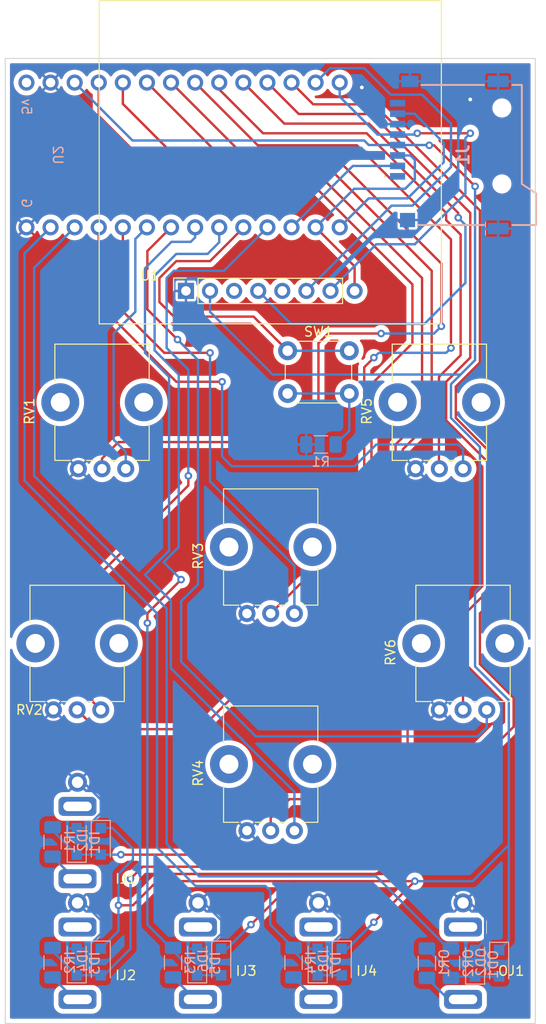
<source format=kicad_pcb>
(kicad_pcb (version 20211014) (generator pcbnew)
  (layers (0 "F.Cu" signal) (31 "B.Cu" signal) (34 "B.Paste" user) (35 "F.Paste" user) (36 "B.SilkS" user "B.Silkscreen") (37 "F.SilkS" user "F.Silkscreen") (38 "B.Mask" user) (39 "F.Mask" user) (44 "Edge.Cuts" user))
  (net 0 "")
  (net 1 "/T16")
  (net 2 "GND")
  (net 3 "+3.3V")
  (net 4 "/T15")
  (net 5 "/T7")
  (net 6 "/T0")
  (net 7 "/Warp_Mod_Input/Switch")
  (net 8 "Net-(IJ1-PadT)")
  (net 9 "/VOCT_Input/Switch")
  (net 10 "Net-(IJ2-PadT)")
  (net 11 "/FM_Mod_Input/Switch")
  (net 12 "Net-(IJ3-PadT)")
  (net 13 "/Position_Mod_Input/Switch")
  (net 15 "/T10")
  (net 16 "/T11")
  (net 17 "/T13")
  (net 18 "/T12")
  (net 20 "/Channel_1_Mod_Output/Switch")
  (net 21 "/T1")
  (net 22 "Net-(R1-Pad2)")
  (net 23 "/T4")
  (net 24 "/T20")
  (net 25 "/T9")
  (net 26 "/T23")
  (net 27 "/T3")
  (net 28 "/T19")
  (net 29 "/T6")
  (net 30 "/T22")
  (net 31 "/T2")
  (net 32 "/T18")
  (net 33 "/T5")
  (net 34 "/T21")
  (net 35 "/T8")
  (net 36 "/T14")
  (net 38 "/T17")
  (net 39 "+5V")
  (net 40 "Net-(IJ4-PadT)")
  (net 41 "Net-(OD1-Pad1)")
  (net 42 "Net-(OJ1-PadT)")
  (footprint "Misc:1.5_inch_Oled" (layer "F.Cu") (at 91.44 99.06)
    (fp_text reference "U1")
    (fp_text value "SPI_Oled")
  )
  (footprint "Perfboard:3.5mm Jack Perfboard" (layer "F.Cu") (at 96.52 165.1)
    (fp_text reference "IJ4")
    (fp_text value "Input")
  )
  (footprint "Potentiometer:Bourns_PTV09A-4020UB103" (layer "F.Cu") (at 91.44 152.4)
    (fp_text reference "RV4")
    (fp_text value "FM_Scale_Pot")
  )
  (footprint "Potentiometer:Bourns_PTV09A-4025FB103" (layer "F.Cu") (at 73.66 114.3)
    (fp_text reference "RV1")
    (fp_text value "Warp_Offset_Pot")
  )
  (footprint "Perfboard:3.5mm Jack Perfboard" (layer "F.Cu") (at 111.76 165.1)
    (fp_text reference "OJ1")
    (fp_text value "Input")
  )
  (footprint "Potentiometer:Bourns_PTV09A-4025FB103" (layer "F.Cu") (at 91.44 129.54)
    (fp_text reference "RV3")
    (fp_text value "Frequency_Offset_Pot")
  )
  (footprint "Perfboard:3.5mm Jack Perfboard" (layer "F.Cu") (at 71.12 165.1)
    (fp_text reference "IJ2")
    (fp_text value "Input")
  )
  (footprint "Potentiometer:Bourns_PTV09A-4025FB103" (layer "F.Cu") (at 109.22 114.3)
    (fp_text reference "RV5")
    (fp_text value "Position_Offset_Pot")
  )
  (footprint "Perfboard:3.5mm Jack Perfboard" (layer "F.Cu") (at 71.12 152.4)
    (fp_text reference "IJ1")
    (fp_text value "Input")
  )
  (footprint "Perfboard:3.5mm Jack Perfboard" (layer "F.Cu") (at 83.82 165.1)
    (fp_text reference "IJ3")
    (fp_text value "Input")
  )
  (footprint "Button_Switch_THT:SW_PUSH_6mm_H13mm" (layer "F.Cu") (at 93.27 101.89)
    (fp_text reference "SW1")
    (fp_text value "Next_File_Button")
  )
  (footprint "Potentiometer:Bourns_PTV09A-4020UB103" (layer "F.Cu") (at 71.035 139.685)
    (fp_text reference "RV2")
    (fp_text value "Warp_Scale_Pot")
  )
  (footprint "Potentiometer:Bourns_PTV09A-4020UB103" (layer "F.Cu") (at 111.715 139.685)
    (fp_text reference "RV6")
    (fp_text value "Position_Scale_Pot")
  )
  (footprint "Diode_SMD:D_SOD-123F" (layer "B.Cu") (at 71.034 153.54 90)
    (fp_text reference "ID1")
    (fp_text value "240mV")
  )
  (footprint "Resistor_SMD:R_1206_3216Metric_Pad1.30x1.75mm_HandSolder" (layer "B.Cu") (at 96.774 111.76)
    (fp_text reference "R1")
    (fp_text value "10k")
  )
  (footprint "Resistor_SMD:R_1206_3216Metric_Pad1.30x1.75mm_HandSolder" (layer "B.Cu") (at 93.894 166.307 90)
    (fp_text reference "IR4")
    (fp_text value "1k")
  )
  (footprint "Diode_SMD:D_SOD-123F" (layer "B.Cu") (at 86.274 166.24 -90)
    (fp_text reference "ID6")
    (fp_text value "240mV")
  )
  (footprint "Misc:MSD4A" (layer "B.Cu") (at 111.76 81.28 -90)
    (fp_text reference "J1")
    (fp_text value "Micro_SD_Card" hide)
  )
  (footprint "Diode_SMD:D_SOD-123F" (layer "B.Cu") (at 71.034 166.24 90)
    (fp_text reference "ID3")
    (fp_text value "240mV")
  )
  (footprint "Diode_SMD:D_SOD-123F" (layer "B.Cu") (at 113.03 166.37 90)
    (fp_text reference "OD1")
    (fp_text value "240mV")
  )
  (footprint "Diode_SMD:D_SOD-123F" (layer "B.Cu") (at 73.574 166.24 -90)
    (fp_text reference "ID4")
    (fp_text value "240mV")
  )
  (footprint "Diode_SMD:D_SOD-123F" (layer "B.Cu") (at 115.57 166.37 -90)
    (fp_text reference "OD2")
    (fp_text value "240mV")
  )
  (footprint "Resistor_SMD:R_1206_3216Metric_Pad1.30x1.75mm_HandSolder" (layer "B.Cu") (at 110.49 166.37 90)
    (fp_text reference "OR2")
    (fp_text value "900")
  )
  (footprint "Resistor_SMD:R_1206_3216Metric_Pad1.30x1.75mm_HandSolder" (layer "B.Cu") (at 107.95 166.37 90)
    (fp_text reference "OR1")
    (fp_text value "100")
  )
  (footprint "Diode_SMD:D_SOD-123F" (layer "B.Cu") (at 83.734 166.24 90)
    (fp_text reference "ID5")
    (fp_text value "240mV")
  )
  (footprint "Resistor_SMD:R_1206_3216Metric_Pad1.30x1.75mm_HandSolder" (layer "B.Cu") (at 68.494 166.307 90)
    (fp_text reference "IR2")
    (fp_text value "1k")
  )
  (footprint "Resistor_SMD:R_1206_3216Metric_Pad1.30x1.75mm_HandSolder" (layer "B.Cu") (at 81.194 166.307 90)
    (fp_text reference "IR3")
    (fp_text value "1k")
  )
  (footprint "Diode_SMD:D_SOD-123F" (layer "B.Cu") (at 98.974 166.24 -90)
    (fp_text reference "ID8")
    (fp_text value "240mV")
  )
  (footprint "Diode_SMD:D_SOD-123F" (layer "B.Cu") (at 96.434 166.24 90)
    (fp_text reference "ID7")
    (fp_text value "240mV")
  )
  (footprint "Diode_SMD:D_SOD-123F" (layer "B.Cu") (at 73.574 153.54 -90)
    (fp_text reference "ID2")
    (fp_text value "240mV")
  )
  (footprint "Resistor_SMD:R_1206_3216Metric_Pad1.30x1.75mm_HandSolder" (layer "B.Cu") (at 68.494 153.607 90)
    (fp_text reference "IR1")
    (fp_text value "1k")
  )
  (footprint "Teensy:Teensy 4.0 horizontal" (layer "B.Cu") (at 63.2 81.28 90)
    (fp_text reference "U2")
    (fp_text value "Teensy4.0")
  )
  (gr_rect (start 63.5 172.72) (end 119.38 71.12) (layer "Edge.Cuts") (width 0.1) (fill none))
  (segment (start 94.442 76.962) (end 91.14 73.66) (width 0.25) (layer "F.Cu") (net 1))
  (segment (start 75.692 154.94) (end 102.108 154.94) (width 0.25) (layer "F.Cu") (net 1))
  (segment (start 109.982 105.156) (end 112.522 102.616) (width 0.25) (layer "F.Cu") (net 1))
  (segment (start 116.078 140.97) (end 116.078 138.938) (width 0.25) (layer "F.Cu") (net 1))
  (segment (start 112.014 134.874) (end 112.014 129.54) (width 0.25) (layer "F.Cu") (net 1))
  (segment (start 102.108 76.962) (end 94.442 76.962) (width 0.25) (layer "F.Cu") (net 1))
  (segment (start 116.078 138.938) (end 112.014 134.874) (width 0.25) (layer "F.Cu") (net 1))
  (segment (start 112.522 87.376) (end 102.108 76.962) (width 0.25) (layer "F.Cu") (net 1))
  (segment (start 114.554 113.792) (end 109.982 109.22) (width 0.25) (layer "F.Cu") (net 1))
  (segment (start 114.554 127) (end 114.554 113.792) (width 0.25) (layer "F.Cu") (net 1))
  (segment (start 112.522 102.616) (end 112.522 87.376) (width 0.25) (layer "F.Cu") (net 1))
  (segment (start 112.014 129.54) (end 114.554 127) (width 0.25) (layer "F.Cu") (net 1))
  (segment (start 109.982 109.22) (end 109.982 105.156) (width 0.25) (layer "F.Cu") (net 1))
  (segment (start 102.108 154.94) (end 116.078 140.97) (width 0.25) (layer "F.Cu") (net 1))
  (via (at 75.692 154.94) (size 0.8) (drill 0.4) (layers "F.Cu" "B.Cu") (net 1))
  (segment (start 68.494 152.4) (end 71.034 154.94) (width 0.25) (layer "B.Cu") (net 1))
  (segment (start 71.034 154.94) (end 73.574 154.94) (width 0.25) (layer "B.Cu") (net 1))
  (segment (start 68.494 152.057) (end 68.494 152.4) (width 0.25) (layer "B.Cu") (net 1))
  (segment (start 73.574 154.94) (end 75.692 154.94) (width 0.25) (layer "B.Cu") (net 1))
  (via (at 101.092 74.168) (size 0.8) (drill 0.4) (layers "F.Cu" "B.Cu") (net 2))
  (via (at 112.522 75.438) (size 0.8) (drill 0.4) (layers "F.Cu" "B.Cu") (net 2))
  (segment (start 97.146726 160.02) (end 96.52 160.02) (width 0.25) (layer "B.Cu") (net 2))
  (segment (start 83.734 164.84) (end 84.706726 164.84) (width 0.25) (layer "B.Cu") (net 2))
  (segment (start 112.522 160.02) (end 111.76 160.02) (width 0.25) (layer "B.Cu") (net 2))
  (segment (start 86.274 163.272726) (end 86.274 161.847274) (width 0.25) (layer "B.Cu") (net 2))
  (segment (start 84.446726 160.02) (end 83.82 160.02) (width 0.25) (layer "B.Cu") (net 2))
  (segment (start 97.406726 164.84) (end 98.974 163.272726) (width 0.25) (layer "B.Cu") (net 2))
  (segment (start 71.746726 147.32) (end 71.12 147.32) (width 0.25) (layer "B.Cu") (net 2))
  (segment (start 114.085 163.915) (end 114.085 161.583) (width 0.25) (layer "B.Cu") (net 2))
  (segment (start 72.006726 152.14) (end 73.574 150.572726) (width 0.25) (layer "B.Cu") (net 2))
  (segment (start 72.006726 164.84) (end 73.574 163.272726) (width 0.25) (layer "B.Cu") (net 2))
  (segment (start 113.03 164.97) (end 114.085 163.915) (width 0.25) (layer "B.Cu") (net 2))
  (segment (start 98.974 163.272726) (end 98.974 161.847274) (width 0.25) (layer "B.Cu") (net 2))
  (segment (start 98.974 161.847274) (end 97.146726 160.02) (width 0.25) (layer "B.Cu") (net 2))
  (segment (start 73.574 161.847274) (end 71.746726 160.02) (width 0.25) (layer "B.Cu") (net 2))
  (segment (start 96.434 164.84) (end 97.406726 164.84) (width 0.25) (layer "B.Cu") (net 2))
  (segment (start 73.574 149.147274) (end 71.746726 147.32) (width 0.25) (layer "B.Cu") (net 2))
  (segment (start 84.706726 164.84) (end 86.274 163.272726) (width 0.25) (layer "B.Cu") (net 2))
  (segment (start 73.574 150.572726) (end 73.574 149.147274) (width 0.25) (layer "B.Cu") (net 2))
  (segment (start 86.274 161.847274) (end 84.446726 160.02) (width 0.25) (layer "B.Cu") (net 2))
  (segment (start 71.746726 160.02) (end 71.12 160.02) (width 0.25) (layer "B.Cu") (net 2))
  (segment (start 71.034 152.14) (end 72.006726 152.14) (width 0.25) (layer "B.Cu") (net 2))
  (segment (start 114.085 161.583) (end 112.522 160.02) (width 0.25) (layer "B.Cu") (net 2))
  (segment (start 73.574 163.272726) (end 73.574 161.847274) (width 0.25) (layer "B.Cu") (net 2))
  (segment (start 71.034 164.84) (end 72.006726 164.84) (width 0.25) (layer "B.Cu") (net 2))
  (segment (start 93.98 157.734) (end 89.408 162.306) (width 0.25) (layer "F.Cu") (net 3))
  (segment (start 93.472 157.734) (end 79.502 157.734) (width 0.25) (layer "F.Cu") (net 3))
  (segment (start 108.204 80.264) (end 108.712 80.264) (width 0.25) (layer "F.Cu") (net 3))
  (segment (start 106.68 157.734) (end 93.472 157.734) (width 0.25) (layer "F.Cu") (net 3))
  (segment (start 106.68 157.734) (end 102.362 162.052) (width 0.25) (layer "F.Cu") (net 3))
  (segment (start 76.962 160.274) (end 75.438 160.274) (width 0.25) (layer "F.Cu") (net 3))
  (segment (start 108.712 80.264) (end 113.03 84.582) (width 0.25) (layer "F.Cu") (net 3))
  (segment (start 79.502 157.734) (end 76.962 160.274) (width 0.25) (layer "F.Cu") (net 3))
  (via (at 75.438 160.274) (size 0.8) (drill 0.4) (layers "F.Cu" "B.Cu") (net 3))
  (via (at 102.362 162.052) (size 0.8) (drill 0.4) (layers "F.Cu" "B.Cu") (net 3))
  (via (at 89.408 162.306) (size 0.8) (drill 0.4) (layers "F.Cu" "B.Cu") (net 3))
  (via (at 113.03 84.582) (size 0.8) (drill 0.4) (layers "F.Cu" "B.Cu") (net 3))
  (via (at 106.68 157.734) (size 0.8) (drill 0.4) (layers "F.Cu" "B.Cu") (net 3))
  (via (at 108.204 80.264) (size 0.8) (drill 0.4) (layers "F.Cu" "B.Cu") (net 3))
  (segment (start 101.82 80.23) (end 104.86 80.23) (width 0.25) (layer "B.Cu") (net 3))
  (segment (start 76.962 155.448) (end 75.438 156.972) (width 0.25) (layer "B.Cu") (net 3))
  (segment (start 75.438 156.972) (end 75.438 162.976) (width 0.25) (layer "B.Cu") (net 3))
  (segment (start 99.574 164.84) (end 98.974 164.84) (width 0.25) (layer "B.Cu") (net 3))
  (segment (start 75.438 162.976) (end 73.574 164.84) (width 0.25) (layer "B.Cu") (net 3))
  (segment (start 102.362 162.052) (end 99.574 164.84) (width 0.25) (layer "B.Cu") (net 3))
  (segment (start 113.538 126.746) (end 113.03 127.254) (width 0.25) (layer "B.Cu") (net 3))
  (segment (start 113.03 127.254) (end 113.03 135.128) (width 0.25) (layer "B.Cu") (net 3))
  (segment (start 91.694 104.394) (end 85.09 97.79) (width 0.25) (layer "B.Cu") (net 3))
  (segment (start 86.274 164.84) (end 86.874 164.84) (width 0.25) (layer "B.Cu") (net 3))
  (segment (start 108.17 80.23) (end 108.204 80.264) (width 0.25) (layer "B.Cu") (net 3))
  (segment (start 76.916 79.756) (end 101.346 79.756) (width 0.25) (layer "B.Cu") (net 3))
  (segment (start 113.03 102.87) (end 111.506 104.394) (width 0.25) (layer "B.Cu") (net 3))
  (segment (start 113.538 112.014) (end 113.538 126.746) (width 0.25) (layer "B.Cu") (net 3))
  (segment (start 116.586 153.924) (end 116.586 163.954) (width 0.25) (layer "B.Cu") (net 3))
  (segment (start 74.801653 152.14) (end 76.962 154.300347) (width 0.25) (layer "B.Cu") (net 3))
  (segment (start 111.506 104.394) (end 110.49 105.41) (width 0.25) (layer "B.Cu") (net 3))
  (segment (start 112.776 157.734) (end 116.586 153.924) (width 0.25) (layer "B.Cu") (net 3))
  (segment (start 85.09 97.79) (end 85.09 95.591) (width 0.25) (layer "B.Cu") (net 3))
  (segment (start 111.506 104.394) (end 91.694 104.394) (width 0.25) (layer "B.Cu") (net 3))
  (segment (start 113.03 84.582) (end 113.03 102.87) (width 0.25) (layer "B.Cu") (net 3))
  (segment (start 110.49 105.41) (end 110.49 108.966) (width 0.25) (layer "B.Cu") (net 3))
  (segment (start 106.68 157.734) (end 112.776 157.734) (width 0.25) (layer "B.Cu") (net 3))
  (segment (start 104.86 80.23) (end 108.17 80.23) (width 0.25) (layer "B.Cu") (net 3))
  (segment (start 116.586 138.684) (end 116.586 153.924) (width 0.25) (layer "B.Cu") (net 3))
  (segment (start 76.962 154.300347) (end 76.962 155.448) (width 0.25) (layer "B.Cu") (net 3))
  (segment (start 110.49 108.966) (end 113.538 112.014) (width 0.25) (layer "B.Cu") (net 3))
  (segment (start 70.82 73.66) (end 76.916 79.756) (width 0.25) (layer "B.Cu") (net 3))
  (segment (start 101.346 79.756) (end 101.82 80.23) (width 0.25) (layer "B.Cu") (net 3))
  (segment (start 86.874 164.84) (end 89.408 162.306) (width 0.25) (layer "B.Cu") (net 3))
  (segment (start 73.574 152.14) (end 74.801653 152.14) (width 0.25) (layer "B.Cu") (net 3))
  (segment (start 116.586 163.954) (end 115.57 164.97) (width 0.25) (layer "B.Cu") (net 3))
  (segment (start 113.03 135.128) (end 116.586 138.684) (width 0.25) (layer "B.Cu") (net 3))
  (segment (start 102.362 75.946) (end 95.966 75.946) (width 0.25) (layer "F.Cu") (net 4))
  (segment (start 113.538 87.122) (end 102.362 75.946) (width 0.25) (layer "F.Cu") (net 4))
  (segment (start 76.708 157.48) (end 77.978 156.21) (width 0.25) (layer "F.Cu") (net 4))
  (segment (start 77.978 156.21) (end 102.362 156.21) (width 0.25) (layer "F.Cu") (net 4))
  (segment (start 110.998 105.664) (end 113.538 103.124) (width 0.25) (layer "F.Cu") (net 4))
  (segment (start 95.966 75.946) (end 93.68 73.66) (width 0.25) (layer "F.Cu") (net 4))
  (segment (start 115.57 127.508) (end 115.57 113.538) (width 0.25) (layer "F.Cu") (net 4))
  (segment (start 110.998 108.966) (end 110.998 105.664) (width 0.25) (layer "F.Cu") (net 4))
  (segment (start 113.538 134.874) (end 113.538 129.54) (width 0.25) (layer "F.Cu") (net 4))
  (segment (start 113.538 129.54) (end 115.57 127.508) (width 0.25) (layer "F.Cu") (net 4))
  (segment (start 115.57 113.538) (end 110.998 108.966) (width 0.25) (layer "F.Cu") (net 4))
  (segment (start 117.094 141.478) (end 117.094 138.43) (width 0.25) (layer "F.Cu") (net 4))
  (segment (start 113.538 103.124) (end 113.538 87.122) (width 0.25) (layer "F.Cu") (net 4))
  (segment (start 117.094 138.43) (end 113.538 134.874) (width 0.25) (layer "F.Cu") (net 4))
  (segment (start 102.362 156.21) (end 117.094 141.478) (width 0.25) (layer "F.Cu") (net 4))
  (via (at 76.708 157.48) (size 0.8) (drill 0.4) (layers "F.Cu" "B.Cu") (net 4))
  (segment (start 71.034 167.64) (end 73.574 167.64) (width 0.25) (layer "B.Cu") (net 4))
  (segment (start 76.708 164.846) (end 73.914 167.64) (width 0.25) (layer "B.Cu") (net 4))
  (segment (start 68.494 165.1) (end 71.034 167.64) (width 0.25) (layer "B.Cu") (net 4))
  (segment (start 73.914 167.64) (end 73.574 167.64) (width 0.25) (layer "B.Cu") (net 4))
  (segment (start 68.494 164.757) (end 68.494 165.1) (width 0.25) (layer "B.Cu") (net 4))
  (segment (start 76.708 157.48) (end 76.708 164.846) (width 0.25) (layer "B.Cu") (net 4))
  (segment (start 78.486 129.54) (end 82.042 125.984) (width 0.25) (layer "F.Cu") (net 5))
  (segment (start 78.486 130.556) (end 78.486 129.54) (width 0.25) (layer "F.Cu") (net 5))
  (via (at 82.042 125.984) (size 0.8) (drill 0.4) (layers "F.Cu" "B.Cu") (net 5))
  (via (at 78.486 130.556) (size 0.8) (drill 0.4) (layers "F.Cu" "B.Cu") (net 5))
  (segment (start 81.788 122.556396) (end 80.201198 124.143198) (width 0.25) (layer "B.Cu") (net 5))
  (segment (start 79.248 93.98) (end 79.248 101.854) (width 0.25) (layer "B.Cu") (net 5))
  (segment (start 81.534 91.694) (end 79.248 93.98) (width 0.25) (layer "B.Cu") (net 5))
  (segment (start 79.248 101.854) (end 81.788 104.394) (width 0.25) (layer "B.Cu") (net 5))
  (segment (start 86.06 90.47) (end 84.836 91.694) (width 0.25) (layer "B.Cu") (net 5))
  (segment (start 81.788 104.394) (end 81.788 122.556396) (width 0.25) (layer "B.Cu") (net 5))
  (segment (start 84.836 91.694) (end 81.534 91.694) (width 0.25) (layer "B.Cu") (net 5))
  (segment (start 80.201198 124.143198) (end 82.042 125.984) (width 0.25) (layer "B.Cu") (net 5))
  (segment (start 80.515 164.335) (end 80.772 164.335) (width 0.25) (layer "B.Cu") (net 5))
  (segment (start 78.486 162.306) (end 80.515 164.335) (width 0.25) (layer "B.Cu") (net 5))
  (segment (start 81.194 165.1) (end 83.734 167.64) (width 0.25) (layer "B.Cu") (net 5))
  (segment (start 85.829 88.9) (end 86.06 88.9) (width 0.25) (layer "B.Cu") (net 5))
  (segment (start 83.734 167.64) (end 86.274 167.64) (width 0.25) (layer "B.Cu") (net 5))
  (segment (start 86.06 88.9) (end 86.06 90.47) (width 0.25) (layer "B.Cu") (net 5))
  (segment (start 78.486 130.556) (end 78.486 162.306) (width 0.25) (layer "B.Cu") (net 5))
  (segment (start 80.772 164.335) (end 81.194 164.757) (width 0.25) (layer "B.Cu") (net 5))
  (segment (start 81.194 164.757) (end 81.194 165.1) (width 0.25) (layer "B.Cu") (net 5))
  (segment (start 83.566 158.242) (end 79.502 154.178) (width 0.25) (layer "B.Cu") (net 6))
  (segment (start 65.532 91.648) (end 68.28 88.9) (width 0.25) (layer "B.Cu") (net 6))
  (segment (start 65.532 115.57) (end 65.532 91.648) (width 0.25) (layer "B.Cu") (net 6))
  (segment (start 91.44 158.75) (end 90.932 158.242) (width 0.25) (layer "B.Cu") (net 6))
  (segment (start 79.502 154.178) (end 79.502 129.54) (width 0.25) (layer "B.Cu") (net 6))
  (segment (start 96.434 167.64) (end 98.974 167.64) (width 0.25) (layer "B.Cu") (net 6))
  (segment (start 90.932 158.242) (end 83.566 158.242) (width 0.25) (layer "B.Cu") (net 6))
  (segment (start 93.894 165.1) (end 96.434 167.64) (width 0.25) (layer "B.Cu") (net 6))
  (segment (start 79.502 129.54) (end 65.532 115.57) (width 0.25) (layer "B.Cu") (net 6))
  (segment (start 91.44 162.303) (end 91.44 158.75) (width 0.25) (layer "B.Cu") (net 6))
  (segment (start 93.894 164.757) (end 91.44 162.303) (width 0.25) (layer "B.Cu") (net 6))
  (segment (start 93.894 164.757) (end 93.894 165.1) (width 0.25) (layer "B.Cu") (net 6))
  (segment (start 71.12 157.48) (end 70.817 157.48) (width 0.25) (layer "F.Cu") (net 8))
  (segment (start 70.817 157.48) (end 68.494 155.157) (width 0.25) (layer "B.Cu") (net 8))
  (segment (start 71.12 157.48) (end 70.817 157.48) (width 0.25) (layer "B.Cu") (net 8))
  (segment (start 71.12 170.18) (end 70.817 170.18) (width 0.25) (layer "F.Cu") (net 10))
  (segment (start 70.817 170.18) (end 68.494 167.857) (width 0.25) (layer "B.Cu") (net 10))
  (segment (start 71.12 170.18) (end 70.817 170.18) (width 0.25) (layer "B.Cu") (net 10))
  (segment (start 83.82 170.18) (end 83.517 170.18) (width 0.25) (layer "F.Cu") (net 12))
  (segment (start 83.82 170.18) (end 83.517 170.18) (width 0.25) (layer "B.Cu") (net 12))
  (segment (start 83.517 170.18) (end 81.194 167.857) (width 0.25) (layer "B.Cu") (net 12))
  (segment (start 100.15 82.43) (end 93.68 88.9) (width 0.25) (layer "B.Cu") (net 15))
  (segment (start 104.86 82.43) (end 100.15 82.43) (width 0.25) (layer "B.Cu") (net 15))
  (segment (start 100.33 95.591) (end 100.33 93.01) (width 0.25) (layer "F.Cu") (net 16))
  (segment (start 100.33 93.01) (end 96.22 88.9) (width 0.25) (layer "F.Cu") (net 16))
  (segment (start 106.68 83.82) (end 105.664 84.836) (width 0.25) (layer "B.Cu") (net 16))
  (segment (start 100.284 84.836) (end 96.22 88.9) (width 0.25) (layer "B.Cu") (net 16))
  (segment (start 106.68 81.788) (end 106.68 83.82) (width 0.25) (layer "B.Cu") (net 16))
  (segment (start 105.664 84.836) (end 100.284 84.836) (width 0.25) (layer "B.Cu") (net 16))
  (segment (start 106.222 81.33) (end 106.68 81.788) (width 0.25) (layer "B.Cu") (net 16))
  (segment (start 104.86 81.33) (end 106.222 81.33) (width 0.25) (layer "B.Cu") (net 16))
  (segment (start 106.934 78.994) (end 112.522 78.994) (width 0.25) (layer "F.Cu") (net 17))
  (via (at 106.934 78.994) (size 0.8) (drill 0.4) (layers "F.Cu" "B.Cu") (net 17))
  (via (at 112.522 78.994) (size 0.8) (drill 0.4) (layers "F.Cu" "B.Cu") (net 17))
  (segment (start 102.734 79.13) (end 104.86 79.13) (width 0.25) (layer "B.Cu") (net 17))
  (segment (start 106.798 79.13) (end 104.86 79.13) (width 0.25) (layer "B.Cu") (net 17))
  (segment (start 97.79 95.504) (end 97.79 95.591) (width 0.25) (layer "B.Cu") (net 17))
  (segment (start 106.934 78.994) (end 106.798 79.13) (width 0.25) (layer "B.Cu") (net 17))
  (segment (start 112.014 79.502) (end 112.014 85.344) (width 0.25) (layer "B.Cu") (net 17))
  (segment (start 102.734 79.112) (end 98.76 75.138) (width 0.25) (layer "B.Cu") (net 17))
  (segment (start 98.76 75.138) (end 98.76 73.66) (width 0.25) (layer "B.Cu") (net 17))
  (segment (start 102.616 90.678) (end 97.79 95.504) (width 0.25) (layer "B.Cu") (net 17))
  (segment (start 106.68 90.678) (end 102.616 90.678) (width 0.25) (layer "B.Cu") (net 17))
  (segment (start 112.522 78.994) (end 112.014 79.502) (width 0.25) (layer "B.Cu") (net 17))
  (segment (start 102.734 79.13) (end 102.734 79.112) (width 0.25) (layer "B.Cu") (net 17))
  (segment (start 112.014 85.344) (end 106.68 90.678) (width 0.25) (layer "B.Cu") (net 17))
  (segment (start 106.648 76.93) (end 109.728 80.01) (width 0.25) (layer "B.Cu") (net 18))
  (segment (start 105.918 85.852) (end 101.808 85.852) (width 0.25) (layer "B.Cu") (net 18))
  (segment (start 109.728 80.01) (end 109.728 82.042) (width 0.25) (layer "B.Cu") (net 18))
  (segment (start 109.728 82.042) (end 105.918 85.852) (width 0.25) (layer "B.Cu") (net 18))
  (segment (start 101.808 85.852) (end 98.76 88.9) (width 0.25) (layer "B.Cu") (net 18))
  (segment (start 104.86 76.93) (end 106.648 76.93) (width 0.25) (layer "B.Cu") (net 18))
  (segment (start 110.21 164.82) (end 102.616 157.226) (width 0.25) (layer "B.Cu") (net 21))
  (segment (start 102.616 157.226) (end 83.947 157.226) (width 0.25) (layer "B.Cu") (net 21))
  (segment (start 66.548 115.062) (end 66.548 93.172) (width 0.25) (layer "B.Cu") (net 21))
  (segment (start 66.548 93.172) (end 70.82 88.9) (width 0.25) (layer "B.Cu") (net 21))
  (segment (start 110.49 164.82) (end 110.21 164.82) (width 0.25) (layer "B.Cu") (net 21))
  (segment (start 83.947 157.226) (end 80.518 153.797) (width 0.25) (layer "B.Cu") (net 21))
  (segment (start 80.518 129.032) (end 66.548 115.062) (width 0.25) (layer "B.Cu") (net 21))
  (segment (start 80.518 153.797) (end 80.518 129.032) (width 0.25) (layer "B.Cu") (net 21))
  (segment (start 93.27 106.39) (end 99.77 106.39) (width 0.25) (layer "B.Cu") (net 22))
  (segment (start 99.77 106.39) (end 99.77 110.314) (width 0.25) (layer "B.Cu") (net 22))
  (segment (start 99.77 110.314) (end 98.324 111.76) (width 0.25) (layer "B.Cu") (net 22))
  (segment (start 74.93 100.076) (end 77.216 97.79) (width 0.25) (layer "B.Cu") (net 23))
  (segment (start 74.93 111.252) (end 74.93 100.076) (width 0.25) (layer "B.Cu") (net 23))
  (segment (start 76.205 112.527) (end 74.93 111.252) (width 0.25) (layer "B.Cu") (net 23))
  (segment (start 77.216 97.79) (end 77.216 90.124) (width 0.25) (layer "B.Cu") (net 23))
  (segment (start 76.205 114.315) (end 76.205 112.527) (width 0.25) (layer "B.Cu") (net 23))
  (segment (start 77.216 90.124) (end 78.44 88.9) (width 0.25) (layer "B.Cu") (net 23))
  (segment (start 97.536 100.076) (end 96.52 101.092) (width 0.25) (layer "F.Cu") (net 24))
  (segment (start 88.6 81.28) (end 80.98 73.66) (width 0.25) (layer "F.Cu") (net 24))
  (segment (start 109.474 92.71) (end 98.044 81.28) (width 0.25) (layer "F.Cu") (net 24))
  (segment (start 75.438 111.506) (end 73.705 113.239) (width 0.25) (layer "F.Cu") (net 24))
  (segment (start 109.474 99.314) (end 109.474 92.71) (width 0.25) (layer "F.Cu") (net 24))
  (segment (start 73.705 113.239) (end 73.705 114.315) (width 0.25) (layer "F.Cu") (net 24))
  (segment (start 98.044 81.28) (end 88.6 81.28) (width 0.25) (layer "F.Cu") (net 24))
  (segment (start 96.52 107.442) (end 92.456 111.506) (width 0.25) (layer "F.Cu") (net 24))
  (segment (start 103.124 100.076) (end 97.536 100.076) (width 0.25) (layer "F.Cu") (net 24))
  (segment (start 92.456 111.506) (end 75.438 111.506) (width 0.25) (layer "F.Cu") (net 24))
  (segment (start 96.52 101.092) (end 96.52 107.442) (width 0.25) (layer "F.Cu") (net 24))
  (via (at 103.124 100.076) (size 0.8) (drill 0.4) (layers "F.Cu" "B.Cu") (net 24))
  (via (at 109.474 99.314) (size 0.8) (drill 0.4) (layers "F.Cu" "B.Cu") (net 24))
  (segment (start 108.712 100.076) (end 103.124 100.076) (width 0.25) (layer "B.Cu") (net 24))
  (segment (start 109.474 99.314) (end 108.712 100.076) (width 0.25) (layer "B.Cu") (net 24))
  (segment (start 72.68 126.202) (end 76.708 122.174) (width 0.25) (layer "F.Cu") (net 25))
  (segment (start 76.708 122.174) (end 82.804 116.078) (width 0.25) (layer "F.Cu") (net 25))
  (segment (start 73.58 139.7) (end 72.68 138.8) (width 0.25) (layer "F.Cu") (net 25))
  (segment (start 82.804 116.078) (end 82.804 115.062) (width 0.25) (layer "F.Cu") (net 25))
  (segment (start 72.68 138.8) (end 72.68 126.202) (width 0.25) (layer "F.Cu") (net 25))
  (via (at 82.804 115.062) (size 0.8) (drill 0.4) (layers "F.Cu" "B.Cu") (net 25))
  (segment (start 82.804 115.062) (end 82.804 103.886) (width 0.25) (layer "B.Cu") (net 25))
  (segment (start 82.804 103.886) (end 80.518 101.6) (width 0.25) (layer "B.Cu") (net 25))
  (segment (start 81.28 93.472) (end 86.568 93.472) (width 0.25) (layer "B.Cu") (net 25))
  (segment (start 80.518 94.234) (end 81.28 93.472) (width 0.25) (layer "B.Cu") (net 25))
  (segment (start 80.518 101.6) (end 80.518 94.234) (width 0.25) (layer "B.Cu") (net 25))
  (segment (start 86.568 93.472) (end 91.14 88.9) (width 0.25) (layer "B.Cu") (net 25))
  (segment (start 102.108 105.41) (end 106.426 101.092) (width 0.25) (layer "F.Cu") (net 26))
  (segment (start 71.08 139.7) (end 73.112 141.732) (width 0.25) (layer "F.Cu") (net 26))
  (segment (start 106.426 101.092) (end 106.426 94.904299) (width 0.25) (layer "F.Cu") (net 26))
  (segment (start 84.074 141.732) (end 102.108 123.698) (width 0.25) (layer "F.Cu") (net 26))
  (segment (start 81.026 84.836) (end 73.36 77.17) (width 0.25) (layer "F.Cu") (net 26))
  (segment (start 102.108 123.698) (end 102.108 105.41) (width 0.25) (layer "F.Cu") (net 26))
  (segment (start 96.357701 84.836) (end 81.026 84.836) (width 0.25) (layer "F.Cu") (net 26))
  (segment (start 73.112 141.732) (end 84.074 141.732) (width 0.25) (layer "F.Cu") (net 26))
  (segment (start 106.426 94.904299) (end 96.357701 84.836) (width 0.25) (layer "F.Cu") (net 26))
  (segment (start 73.36 77.17) (end 73.36 73.66) (width 0.25) (layer "F.Cu") (net 26))
  (segment (start 85.09 102.108) (end 80.264 102.108) (width 0.25) (layer "F.Cu") (net 27))
  (segment (start 80.264 102.108) (end 75.9 97.744) (width 0.25) (layer "F.Cu") (net 27))
  (segment (start 75.9 97.744) (end 75.9 88.9) (width 0.25) (layer "F.Cu") (net 27))
  (via (at 85.09 102.108) (size 0.8) (drill 0.4) (layers "F.Cu" "B.Cu") (net 27))
  (segment (start 85.09 102.108) (end 85.09 115.649089) (width 0.25) (layer "B.Cu") (net 27))
  (segment (start 93.985 124.544089) (end 93.985 129.555) (width 0.25) (layer "B.Cu") (net 27))
  (segment (start 85.09 115.649089) (end 93.985 124.544089) (width 0.25) (layer "B.Cu") (net 27))
  (segment (start 94.802 126.238) (end 91.485 129.555) (width 0.25) (layer "F.Cu") (net 28))
  (segment (start 102.362 102.616) (end 101.346 103.632) (width 0.25) (layer "F.Cu") (net 28))
  (segment (start 97.282 126.238) (end 94.802 126.238) (width 0.25) (layer "F.Cu") (net 28))
  (segment (start 101.346 103.632) (end 101.346 122.174) (width 0.25) (layer "F.Cu") (net 28))
  (segment (start 110.49 101.6) (end 110.49 90.17) (width 0.25) (layer "F.Cu") (net 28))
  (segment (start 90.124 80.264) (end 83.52 73.66) (width 0.25) (layer "F.Cu") (net 28))
  (segment (start 110.49 90.17) (end 100.584 80.264) (width 0.25) (layer "F.Cu") (net 28))
  (segment (start 101.346 122.174) (end 97.282 126.238) (width 0.25) (layer "F.Cu") (net 28))
  (segment (start 100.584 80.264) (end 90.124 80.264) (width 0.25) (layer "F.Cu") (net 28))
  (via (at 110.49 101.6) (size 0.8) (drill 0.4) (layers "F.Cu" "B.Cu") (net 28))
  (via (at 102.362 102.616) (size 0.8) (drill 0.4) (layers "F.Cu" "B.Cu") (net 28))
  (segment (start 102.362 102.616) (end 102.87 102.108) (width 0.25) (layer "B.Cu") (net 28))
  (segment (start 109.982 102.108) (end 110.49 101.6) (width 0.25) (layer "B.Cu") (net 28))
  (segment (start 102.87 102.108) (end 109.982 102.108) (width 0.25) (layer "B.Cu") (net 28))
  (segment (start 83.52 89.962) (end 83.52 88.9) (width 0.25) (layer "B.Cu") (net 29))
  (segment (start 93.985 148.341) (end 80.968 135.324) (width 0.25) (layer "B.Cu") (net 29))
  (segment (start 80.968 135.324) (end 80.968 128.212) (width 0.25) (layer "B.Cu") (net 29))
  (segment (start 80.968 128.212) (end 78.232 125.476) (width 0.25) (layer "B.Cu") (net 29))
  (segment (start 78.232 93.218) (end 81.026 90.424) (width 0.25) (layer "B.Cu") (net 29))
  (segment (start 80.772 122.936) (end 80.772 104.648) (width 0.25) (layer "B.Cu") (net 29))
  (segment (start 93.985 152.415) (end 93.985 148.341) (width 0.25) (layer "B.Cu") (net 29))
  (segment (start 83.058 90.424) (end 83.52 89.962) (width 0.25) (layer "B.Cu") (net 29))
  (segment (start 81.026 90.424) (end 83.058 90.424) (width 0.25) (layer "B.Cu") (net 29))
  (segment (start 78.232 102.108) (end 78.232 93.218) (width 0.25) (layer "B.Cu") (net 29))
  (segment (start 78.232 125.476) (end 80.772 122.936) (width 0.25) (layer "B.Cu") (net 29))
  (segment (start 80.772 104.648) (end 78.232 102.108) (width 0.25) (layer "B.Cu") (net 29))
  (segment (start 109.982 135.382) (end 109.982 127) (width 0.25) (layer "F.Cu") (net 30))
  (segment (start 104.648 121.666) (end 104.648 111.76) (width 0.25) (layer "F.Cu") (net 30))
  (segment (start 107.442 108.966) (end 107.442 94.234) (width 0.25) (layer "F.Cu") (net 30))
  (segment (start 109.982 127) (end 104.648 121.666) (width 0.25) (layer "F.Cu") (net 30))
  (segment (start 101.346 149.098) (end 105.918 144.526) (width 0.25) (layer "F.Cu") (net 30))
  (segment (start 75.9 75.9) (end 75.9 73.66) (width 0.25) (layer "F.Cu") (net 30))
  (segment (start 83.82 83.82) (end 75.9 75.9) (width 0.25) (layer "F.Cu") (net 30))
  (segment (start 105.918 139.446) (end 109.982 135.382) (width 0.25) (layer "F.Cu") (net 30))
  (segment (start 93.472 149.098) (end 101.346 149.098) (width 0.25) (layer "F.Cu") (net 30))
  (segment (start 104.648 111.76) (end 107.442 108.966) (width 0.25) (layer "F.Cu") (net 30))
  (segment (start 107.442 94.234) (end 97.028 83.82) (width 0.25) (layer "F.Cu") (net 30))
  (segment (start 91.485 151.085) (end 93.472 149.098) (width 0.25) (layer "F.Cu") (net 30))
  (segment (start 97.028 83.82) (end 83.82 83.82) (width 0.25) (layer "F.Cu") (net 30))
  (segment (start 105.918 144.526) (end 105.918 139.446) (width 0.25) (layer "F.Cu") (net 30))
  (segment (start 91.485 152.415) (end 91.485 151.085) (width 0.25) (layer "F.Cu") (net 30))
  (segment (start 73.36 96.982) (end 73.36 88.9) (width 0.25) (layer "F.Cu") (net 31))
  (segment (start 86.36 105.156) (end 81.534 105.156) (width 0.25) (layer "F.Cu") (net 31))
  (segment (start 81.534 105.156) (end 73.36 96.982) (width 0.25) (layer "F.Cu") (net 31))
  (via (at 86.36 105.156) (size 0.8) (drill 0.4) (layers "F.Cu" "B.Cu") (net 31))
  (segment (start 102.616 111.76) (end 100.33 114.046) (width 0.25) (layer "B.Cu") (net 31))
  (segment (start 86.36 113.03) (end 86.36 105.156) (width 0.25) (layer "B.Cu") (net 31))
  (segment (start 87.376 114.046) (end 86.36 113.03) (width 0.25) (layer "B.Cu") (net 31))
  (segment (start 111.252 111.76) (end 102.616 111.76) (width 0.25) (layer "B.Cu") (net 31))
  (segment (start 100.33 114.046) (end 87.376 114.046) (width 0.25) (layer "B.Cu") (net 31))
  (segment (start 111.765 112.273) (end 111.252 111.76) (width 0.25) (layer "B.Cu") (net 31))
  (segment (start 111.765 114.315) (end 111.765 112.273) (width 0.25) (layer "B.Cu") (net 31))
  (segment (start 109.982 88.138) (end 109.982 87.376) (width 0.25) (layer "F.Cu") (net 32))
  (segment (start 90.678 78.994) (end 86.06 74.376) (width 0.25) (layer "F.Cu") (net 32))
  (segment (start 111.506 89.662) (end 109.982 88.138) (width 0.25) (layer "F.Cu") (net 32))
  (segment (start 101.6 78.994) (end 90.678 78.994) (width 0.25) (layer "F.Cu") (net 32))
  (segment (start 109.22 114.27) (end 109.22 104.648) (width 0.25) (layer "F.Cu") (net 32))
  (segment (start 86.06 74.376) (end 86.06 73.66) (width 0.25) (layer "F.Cu") (net 32))
  (segment (start 111.506 102.362) (end 111.506 89.662) (width 0.25) (layer "F.Cu") (net 32))
  (segment (start 109.982 87.376) (end 101.6 78.994) (width 0.25) (layer "F.Cu") (net 32))
  (segment (start 109.22 104.648) (end 111.506 102.362) (width 0.25) (layer "F.Cu") (net 32))
  (segment (start 109.265 114.315) (end 109.22 114.27) (width 0.25) (layer "F.Cu") (net 32))
  (segment (start 78.486 91.394) (end 80.98 88.9) (width 0.25) (layer "F.Cu") (net 33))
  (segment (start 78.486 97.536) (end 78.486 91.394) (width 0.25) (layer "F.Cu") (net 33))
  (segment (start 81.661 100.711) (end 78.486 97.536) (width 0.25) (layer "F.Cu") (net 33))
  (via (at 81.661 100.711) (size 0.8) (drill 0.4) (layers "F.Cu" "B.Cu") (net 33))
  (segment (start 114.26 139.7) (end 114.26 141.518) (width 0.25) (layer "B.Cu") (net 33))
  (segment (start 83.82 102.87) (end 81.661 100.711) (width 0.25) (layer "B.Cu") (net 33))
  (segment (start 114.26 141.518) (end 113.284 142.494) (width 0.25) (layer "B.Cu") (net 33))
  (segment (start 113.284 142.494) (end 89.916 142.494) (width 0.25) (layer "B.Cu") (net 33))
  (segment (start 83.82 126.492) (end 83.82 102.87) (width 0.25) (layer "B.Cu") (net 33))
  (segment (start 82.042 128.27) (end 82.804 127.508) (width 0.25) (layer "B.Cu") (net 33))
  (segment (start 82.042 134.62) (end 82.042 128.27) (width 0.25) (layer "B.Cu") (net 33))
  (segment (start 82.804 127.508) (end 83.82 126.492) (width 0.25) (layer "B.Cu") (net 33))
  (segment (start 89.916 142.494) (end 82.042 134.62) (width 0.25) (layer "B.Cu") (net 33))
  (segment (start 105.41 120.65) (end 105.41 112.268) (width 0.25) (layer "F.Cu") (net 34))
  (segment (start 110.998 135.382) (end 110.998 126.238) (width 0.25) (layer "F.Cu") (net 34))
  (segment (start 105.41 112.268) (end 108.458 109.22) (width 0.25) (layer "F.Cu") (net 34))
  (segment (start 111.76 136.144) (end 110.998 135.382) (width 0.25) (layer "F.Cu") (net 34))
  (segment (start 108.458 93.472) (end 97.028 82.042) (width 0.25) (layer "F.Cu") (net 34))
  (segment (start 108.458 109.22) (end 108.458 93.472) (width 0.25) (layer "F.Cu") (net 34))
  (segment (start 97.028 82.042) (end 86.822 82.042) (width 0.25) (layer "F.Cu") (net 34))
  (segment (start 110.998 126.238) (end 105.41 120.65) (width 0.25) (layer "F.Cu") (net 34))
  (segment (start 111.76 139.7) (end 111.76 136.144) (width 0.25) (layer "F.Cu") (net 34))
  (segment (start 86.822 82.042) (end 78.44 73.66) (width 0.25) (layer "F.Cu") (net 34))
  (segment (start 88.6 88.946) (end 88.6 88.9) (width 0.25) (layer "F.Cu") (net 35))
  (segment (start 85.09 92.456) (end 88.6 88.946) (width 0.25) (layer "F.Cu") (net 35))
  (segment (start 93.27 101.89) (end 89.678 98.298) (width 0.25) (layer "F.Cu") (net 35))
  (segment (start 79.756 94.234) (end 81.534 92.456) (width 0.25) (layer "F.Cu") (net 35))
  (segment (start 81.28 98.298) (end 79.756 96.774) (width 0.25) (layer "F.Cu") (net 35))
  (segment (start 79.756 96.774) (end 79.756 94.234) (width 0.25) (layer "F.Cu") (net 35))
  (segment (start 81.534 92.456) (end 85.09 92.456) (width 0.25) (layer "F.Cu") (net 35))
  (segment (start 89.678 98.298) (end 81.28 98.298) (width 0.25) (layer "F.Cu") (net 35))
  (segment (start 99.77 101.89) (end 93.27 101.89) (width 0.25) (layer "B.Cu") (net 35))
  (segment (start 107.442 74.93) (end 104.14 74.93) (width 0.25) (layer "B.Cu") (net 36))
  (segment (start 104.227 86.614) (end 106.426 86.614) (width 0.25) (layer "B.Cu") (net 36))
  (segment (start 97.744 72.136) (end 96.22 73.66) (width 0.25) (layer "B.Cu") (net 36))
  (segment (start 104.14 74.93) (end 101.346 72.136) (width 0.25) (layer "B.Cu") (net 36))
  (segment (start 95.25 95.591) (end 104.227 86.614) (width 0.25) (layer "B.Cu") (net 36))
  (segment (start 110.49 82.55) (end 110.49 77.978) (width 0.25) (layer "B.Cu") (net 36))
  (segment (start 106.426 86.614) (end 110.49 82.55) (width 0.25) (layer "B.Cu") (net 36))
  (segment (start 101.346 72.136) (end 97.744 72.136) (width 0.25) (layer "B.Cu") (net 36))
  (segment (start 110.49 77.978) (end 107.442 74.93) (width 0.25) (layer "B.Cu") (net 36))
  (segment (start 111.252 87.884) (end 111.252 87.376) (width 0.25) (layer "F.Cu") (net 38))
  (segment (start 92.918 77.978) (end 88.6 73.66) (width 0.25) (layer "F.Cu") (net 38))
  (segment (start 111.252 87.376) (end 101.854 77.978) (width 0.25) (layer "F.Cu") (net 38))
  (segment (start 101.854 77.978) (end 92.918 77.978) (width 0.25) (layer "F.Cu") (net 38))
  (via (at 111.252 87.884) (size 0.8) (drill 0.4) (layers "F.Cu" "B.Cu") (net 38))
  (segment (start 107.696 99.06) (end 93.639 99.06) (width 0.25) (layer "B.Cu") (net 38))
  (segment (start 111.252 87.884) (end 112.014 88.646) (width 0.25) (layer "B.Cu") (net 38))
  (segment (start 112.014 88.646) (end 112.014 94.742) (width 0.25) (layer "B.Cu") (net 38))
  (segment (start 112.014 94.742) (end 107.696 99.06) (width 0.25) (layer "B.Cu") (net 38))
  (segment (start 93.639 99.06) (end 90.17 95.591) (width 0.25) (layer "B.Cu") (net 38))
  (segment (start 96.52 170.18) (end 96.217 170.18) (width 0.25) (layer "F.Cu") (net 40))
  (segment (start 96.217 170.18) (end 93.894 167.857) (width 0.25) (layer "B.Cu") (net 40))
  (segment (start 96.52 170.18) (end 96.217 170.18) (width 0.25) (layer "B.Cu") (net 40))
  (segment (start 113.03 167.77) (end 115.57 167.77) (width 0.25) (layer "B.Cu") (net 41))
  (segment (start 107.95 164.82) (end 110.49 167.36) (width 0.25) (layer "B.Cu") (net 41))
  (segment (start 110.49 167.92) (end 110.64 167.77) (width 0.25) (layer "B.Cu") (net 41))
  (segment (start 110.49 167.36) (end 110.49 167.92) (width 0.25) (layer "B.Cu") (net 41))
  (segment (start 110.64 167.77) (end 113.03 167.77) (width 0.25) (layer "B.Cu") (net 41))
  (segment (start 111.76 170.18) (end 110.21 170.18) (width 0.25) (layer "B.Cu") (net 42))
  (segment (start 110.21 170.18) (end 107.95 167.92) (width 0.25) (layer "B.Cu") (net 42))
  (zone (net 2) (net_name "GND") (layers F&B.Cu) (connect_pads (clearance 0.508)) (min_thickness 0.254) (fill yes (thermal_gap 0.254) (thermal_bridge_width 0.254))
    (polygon (pts (xy 119.38 172.72) (xy 63.5 172.72) (xy 63.5 71.12) (xy 119.38 71.12)))
  )
)
</source>
